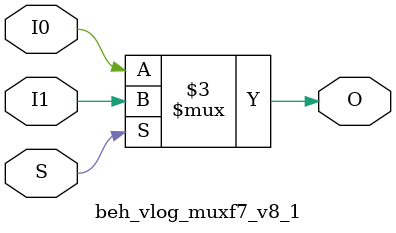
<source format=v>
module beh_vlog_muxf7_v8_1 (O, I0, I1, S);
    output O;
    reg    O;
    input  I0, I1, S;
	always @(I0 or I1 or S) 
	    if (S)
		O = I1;
	    else
		O = I0;
endmodule
</source>
